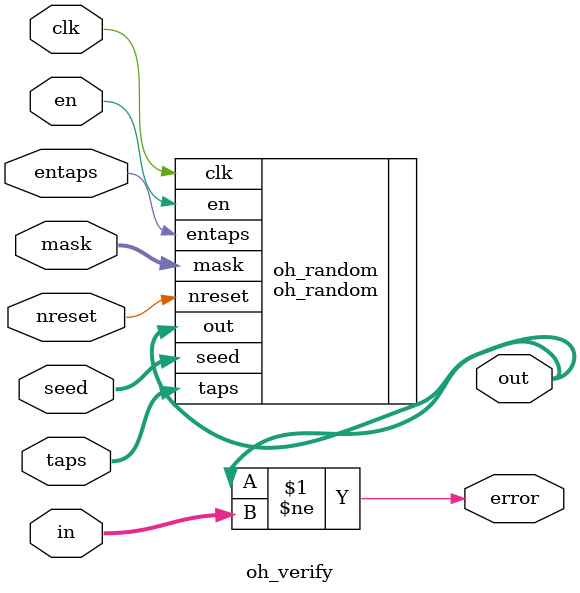
<source format=v>

module oh_verify
  #(parameter N = 32  // width of verifier
    )
   (
    input 	   clk,
    input 	   nreset, //async reset
    input 	   en, // enable counter
    input 	   entaps, // enable taps input
    input [N-1:0]  taps, // user driven taps
    input [N-1:0]  seed, // seed
    input [N-1:0]  mask, // mask output (1 = active)
    input [N-1:0]  in, // input data
    output [N-1:0] out, // generated random number
    output 	   error // difference found
    );

   // Recreate random number
   oh_random oh_random(/*AUTOINST*/
		       // Outputs
		       .out		(out[N-1:0]),
		       // Inputs
		       .clk		(clk),
		       .nreset		(nreset),
		       .en		(en),
		       .entaps		(entaps),
		       .taps		(taps[N-1:0]),
		       .seed		(seed[N-1:0]),
		       .mask		(mask[N-1:0]));


   // Compare random number to data
   // TODO: add
   assign error = (out[N-1:0] != in[N-1:0]);


endmodule // oh_random

</source>
